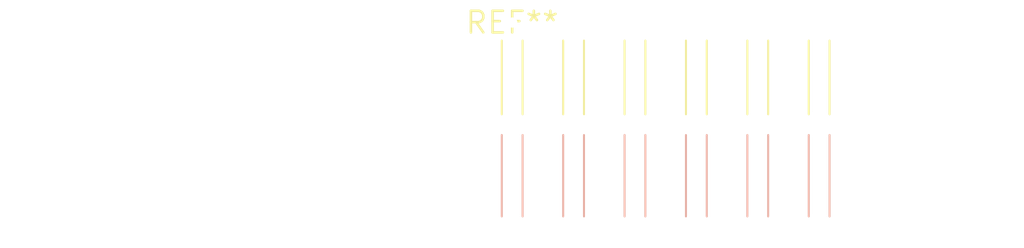
<source format=kicad_pcb>
(kicad_pcb (version 20240108) (generator pcbnew)
  (layers (0 "F.Cu" signal) (31 "B.Cu" signal) (34 "B.Paste" user) (35 "F.Paste" user) (36 "B.SilkS" user "B.Silkscreen") (37 "F.SilkS" user "F.Silkscreen") (38 "B.Mask" user) (39 "F.Mask" user) (44 "Edge.Cuts" user))
  (net 0 "")
  (footprint "SolderWire-0.1sqmm_1x06_P3.6mm_D0.4mm_OD1mm_Relief2x" (layer "F.Cu") (at 0 0)
    (property "Reference" "REF**")
    (property "Value" "SolderWire-0.1sqmm_1x06_P3.6mm_D0.4mm_OD1mm_Relief2x")
    (fp_line (start -0.61 6.61) (end -0.61 11.39) (layer "B.SilkS") (stroke (width 0.12)))
    (fp_line (start 0.61 6.61) (end 0.61 11.39) (layer "B.SilkS") (stroke (width 0.12)))
    (fp_line (start 2.99 6.61) (end 2.99 11.39) (layer "B.SilkS") (stroke (width 0.12)))
    (fp_line (start 4.21 6.61) (end 4.21 11.39) (layer "B.SilkS") (stroke (width 0.12)))
    (fp_line (start 6.59 6.61) (end 6.59 11.39) (layer "B.SilkS") (stroke (width 0.12)))
    (fp_line (start 7.81 6.61) (end 7.81 11.39) (layer "B.SilkS") (stroke (width 0.12)))
    (fp_line (start 10.19 6.61) (end 10.19 11.39) (layer "B.SilkS") (stroke (width 0.12)))
    (fp_line (start 11.41 6.61) (end 11.41 11.39) (layer "B.SilkS") (stroke (width 0.12)))
    (fp_line (start 13.79 6.61) (end 13.79 11.39) (layer "B.SilkS") (stroke (width 0.12)))
    (fp_line (start 15.01 6.61) (end 15.01 11.39) (layer "B.SilkS") (stroke (width 0.12)))
    (fp_line (start 17.39 6.61) (end 17.39 11.39) (layer "B.SilkS") (stroke (width 0.12)))
    (fp_line (start 18.61 6.61) (end 18.61 11.39) (layer "B.SilkS") (stroke (width 0.12)))
    (fp_line (start -0.61 1.06) (end -0.61 5.39) (layer "F.SilkS") (stroke (width 0.12)))
    (fp_line (start 0.61 1.06) (end 0.61 5.39) (layer "F.SilkS") (stroke (width 0.12)))
    (fp_line (start 2.99 1.06) (end 2.99 5.39) (layer "F.SilkS") (stroke (width 0.12)))
    (fp_line (start 4.21 1.06) (end 4.21 5.39) (layer "F.SilkS") (stroke (width 0.12)))
    (fp_line (start 6.59 1.06) (end 6.59 5.39) (layer "F.SilkS") (stroke (width 0.12)))
    (fp_line (start 7.81 1.06) (end 7.81 5.39) (layer "F.SilkS") (stroke (width 0.12)))
    (fp_line (start 10.19 1.06) (end 10.19 5.39) (layer "F.SilkS") (stroke (width 0.12)))
    (fp_line (start 11.41 1.06) (end 11.41 5.39) (layer "F.SilkS") (stroke (width 0.12)))
    (fp_line (start 13.79 1.06) (end 13.79 5.39) (layer "F.SilkS") (stroke (width 0.12)))
    (fp_line (start 15.01 1.06) (end 15.01 5.39) (layer "F.SilkS") (stroke (width 0.12)))
    (fp_line (start 17.39 1.06) (end 17.39 5.39) (layer "F.SilkS") (stroke (width 0.12)))
    (fp_line (start 18.61 1.06) (end 18.61 5.39) (layer "F.SilkS") (stroke (width 0.12)))
    (pad "" np_thru_hole circle (at 0 6) (size 1.5 1.5) (drill 1.5) (layers *.Cu *.Mask))
    (pad "" np_thru_hole circle (at 0 12) (size 1.5 1.5) (drill 1.5) (layers *.Cu *.Mask))
    (pad "" np_thru_hole circle (at 3.6 6) (size 1.5 1.5) (drill 1.5) (layers *.Cu *.Mask))
    (pad "" np_thru_hole circle (at 3.6 12) (size 1.5 1.5) (drill 1.5) (layers *.Cu *.Mask))
    (pad "" np_thru_hole circle (at 7.2 6) (size 1.5 1.5) (drill 1.5) (layers *.Cu *.Mask))
    (pad "" np_thru_hole circle (at 7.2 12) (size 1.5 1.5) (drill 1.5) (layers *.Cu *.Mask))
    (pad "" np_thru_hole circle (at 10.8 6) (size 1.5 1.5) (drill 1.5) (layers *.Cu *.Mask))
    (pad "" np_thru_hole circle (at 10.8 12) (size 1.5 1.5) (drill 1.5) (layers *.Cu *.Mask))
    (pad "" np_thru_hole circle (at 14.4 6) (size 1.5 1.5) (drill 1.5) (layers *.Cu *.Mask))
    (pad "" np_thru_hole circle (at 14.4 12) (size 1.5 1.5) (drill 1.5) (layers *.Cu *.Mask))
    (pad "" np_thru_hole circle (at 18 6) (size 1.5 1.5) (drill 1.5) (layers *.Cu *.Mask))
    (pad "" np_thru_hole circle (at 18 12) (size 1.5 1.5) (drill 1.5) (layers *.Cu *.Mask))
    (pad "1" thru_hole roundrect (at 0 0) (size 1.6 1.6) (drill 0.6) (layers *.Cu *.Mask) (remove_unused_layers) (roundrect_rratio 0.15625))
    (pad "2" thru_hole circle (at 3.6 0) (size 1.6 1.6) (drill 0.6) (layers *.Cu *.Mask) (remove_unused_layers))
    (pad "3" thru_hole circle (at 7.2 0) (size 1.6 1.6) (drill 0.6) (layers *.Cu *.Mask) (remove_unused_layers))
    (pad "4" thru_hole circle (at 10.8 0) (size 1.6 1.6) (drill 0.6) (layers *.Cu *.Mask) (remove_unused_layers))
    (pad "5" thru_hole circle (at 14.4 0) (size 1.6 1.6) (drill 0.6) (layers *.Cu *.Mask) (remove_unused_layers))
    (pad "6" thru_hole circle (at 18 0) (size 1.6 1.6) (drill 0.6) (layers *.Cu *.Mask) (remove_unused_layers))
  )
)
</source>
